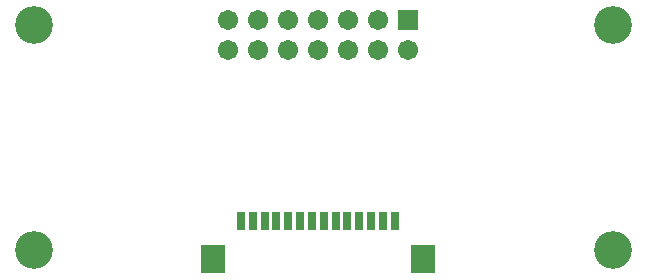
<source format=gbs>
G04*
G04 #@! TF.GenerationSoftware,Altium Limited,Altium Designer,23.9.2 (47)*
G04*
G04 Layer_Color=16711935*
%FSLAX44Y44*%
%MOMM*%
G71*
G04*
G04 #@! TF.SameCoordinates,14F845D8-5F58-45A0-AC7D-242895ECC597*
G04*
G04*
G04 #@! TF.FilePolarity,Negative*
G04*
G01*
G75*
%ADD16C,1.7032*%
%ADD17R,1.7032X1.7032*%
%ADD18C,3.2032*%
%ADD25R,2.0032X2.4032*%
%ADD26R,0.8032X1.5032*%
D16*
X193800Y224840D02*
D03*
X270000D02*
D03*
X244600D02*
D03*
X320800D02*
D03*
X193800Y199440D02*
D03*
X244600D02*
D03*
X270000D02*
D03*
X320800D02*
D03*
X346200D02*
D03*
X219200Y224840D02*
D03*
X295400D02*
D03*
X219200Y199440D02*
D03*
X295400D02*
D03*
D17*
X346200Y224840D02*
D03*
D18*
X520000Y30000D02*
D03*
Y220000D02*
D03*
X30000D02*
D03*
Y30000D02*
D03*
D25*
X181000Y22041D02*
D03*
X359000D02*
D03*
D26*
X305000Y54541D02*
D03*
X295000D02*
D03*
X315000D02*
D03*
X325000D02*
D03*
X335000D02*
D03*
X275000D02*
D03*
X265000D02*
D03*
X285000D02*
D03*
X255000D02*
D03*
X245000D02*
D03*
X235000D02*
D03*
X225000D02*
D03*
X215000D02*
D03*
X205000D02*
D03*
M02*

</source>
